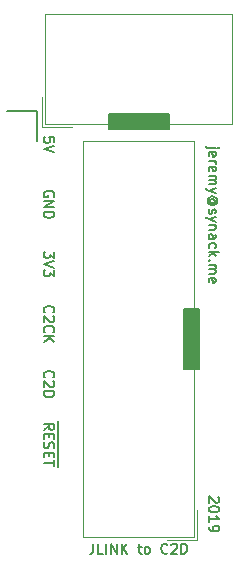
<source format=gto>
G04 #@! TF.GenerationSoftware,KiCad,Pcbnew,5.0.2+dfsg1-1*
G04 #@! TF.CreationDate,2019-05-16T22:01:56-07:00*
G04 #@! TF.ProjectId,jlink-c2d-adapter,6a6c696e-6b2d-4633-9264-2d6164617074,rev?*
G04 #@! TF.SameCoordinates,Original*
G04 #@! TF.FileFunction,Legend,Top*
G04 #@! TF.FilePolarity,Positive*
%FSLAX46Y46*%
G04 Gerber Fmt 4.6, Leading zero omitted, Abs format (unit mm)*
G04 Created by KiCad (PCBNEW 5.0.2+dfsg1-1) date Thu 16 May 2019 10:01:56 PM PDT*
%MOMM*%
%LPD*%
G01*
G04 APERTURE LIST*
%ADD10C,0.150000*%
%ADD11C,0.127000*%
%ADD12C,0.120000*%
G04 APERTURE END LIST*
D10*
G36*
X123190000Y-68580000D02*
X123190000Y-69850000D01*
X128270000Y-69850000D01*
X128270000Y-68580000D01*
X123190000Y-68580000D01*
G37*
X123190000Y-68580000D02*
X123190000Y-69850000D01*
X128270000Y-69850000D01*
X128270000Y-68580000D01*
X123190000Y-68580000D01*
D11*
X132464523Y-100981259D02*
X132505000Y-101021735D01*
X132545476Y-101102688D01*
X132545476Y-101305069D01*
X132505000Y-101386021D01*
X132464523Y-101426497D01*
X132383571Y-101466973D01*
X132302619Y-101466973D01*
X132181190Y-101426497D01*
X131695476Y-100940783D01*
X131695476Y-101466973D01*
X132545476Y-101993164D02*
X132545476Y-102074116D01*
X132505000Y-102155069D01*
X132464523Y-102195545D01*
X132383571Y-102236021D01*
X132221666Y-102276497D01*
X132019285Y-102276497D01*
X131857380Y-102236021D01*
X131776428Y-102195545D01*
X131735952Y-102155069D01*
X131695476Y-102074116D01*
X131695476Y-101993164D01*
X131735952Y-101912211D01*
X131776428Y-101871735D01*
X131857380Y-101831259D01*
X132019285Y-101790783D01*
X132221666Y-101790783D01*
X132383571Y-101831259D01*
X132464523Y-101871735D01*
X132505000Y-101912211D01*
X132545476Y-101993164D01*
X131695476Y-103086021D02*
X131695476Y-102600307D01*
X131695476Y-102843164D02*
X132545476Y-102843164D01*
X132424047Y-102762211D01*
X132343095Y-102681259D01*
X132302619Y-102600307D01*
X131695476Y-103490783D02*
X131695476Y-103652688D01*
X131735952Y-103733640D01*
X131776428Y-103774116D01*
X131897857Y-103855069D01*
X132059761Y-103895545D01*
X132383571Y-103895545D01*
X132464523Y-103855069D01*
X132505000Y-103814592D01*
X132545476Y-103733640D01*
X132545476Y-103571735D01*
X132505000Y-103490783D01*
X132464523Y-103450307D01*
X132383571Y-103409830D01*
X132181190Y-103409830D01*
X132100238Y-103450307D01*
X132059761Y-103490783D01*
X132019285Y-103571735D01*
X132019285Y-103733640D01*
X132059761Y-103814592D01*
X132100238Y-103855069D01*
X132181190Y-103895545D01*
X132262142Y-71404930D02*
X131533571Y-71404930D01*
X131452619Y-71364454D01*
X131412142Y-71283502D01*
X131412142Y-71243026D01*
X132545476Y-71404930D02*
X132505000Y-71364454D01*
X132464523Y-71404930D01*
X132505000Y-71445407D01*
X132545476Y-71404930D01*
X132464523Y-71404930D01*
X131735952Y-72133502D02*
X131695476Y-72052550D01*
X131695476Y-71890645D01*
X131735952Y-71809692D01*
X131816904Y-71769216D01*
X132140714Y-71769216D01*
X132221666Y-71809692D01*
X132262142Y-71890645D01*
X132262142Y-72052550D01*
X132221666Y-72133502D01*
X132140714Y-72173978D01*
X132059761Y-72173978D01*
X131978809Y-71769216D01*
X131695476Y-72538264D02*
X132262142Y-72538264D01*
X132100238Y-72538264D02*
X132181190Y-72578740D01*
X132221666Y-72619216D01*
X132262142Y-72700169D01*
X132262142Y-72781121D01*
X131735952Y-73388264D02*
X131695476Y-73307311D01*
X131695476Y-73145407D01*
X131735952Y-73064454D01*
X131816904Y-73023978D01*
X132140714Y-73023978D01*
X132221666Y-73064454D01*
X132262142Y-73145407D01*
X132262142Y-73307311D01*
X132221666Y-73388264D01*
X132140714Y-73428740D01*
X132059761Y-73428740D01*
X131978809Y-73023978D01*
X131695476Y-73793026D02*
X132262142Y-73793026D01*
X132181190Y-73793026D02*
X132221666Y-73833502D01*
X132262142Y-73914454D01*
X132262142Y-74035883D01*
X132221666Y-74116835D01*
X132140714Y-74157311D01*
X131695476Y-74157311D01*
X132140714Y-74157311D02*
X132221666Y-74197788D01*
X132262142Y-74278740D01*
X132262142Y-74400169D01*
X132221666Y-74481121D01*
X132140714Y-74521597D01*
X131695476Y-74521597D01*
X132262142Y-74845407D02*
X131695476Y-75047788D01*
X132262142Y-75250169D02*
X131695476Y-75047788D01*
X131493095Y-74966835D01*
X131452619Y-74926359D01*
X131412142Y-74845407D01*
X132100238Y-76100169D02*
X132140714Y-76059692D01*
X132181190Y-75978740D01*
X132181190Y-75897788D01*
X132140714Y-75816835D01*
X132100238Y-75776359D01*
X132019285Y-75735883D01*
X131938333Y-75735883D01*
X131857380Y-75776359D01*
X131816904Y-75816835D01*
X131776428Y-75897788D01*
X131776428Y-75978740D01*
X131816904Y-76059692D01*
X131857380Y-76100169D01*
X132181190Y-76100169D02*
X131857380Y-76100169D01*
X131816904Y-76140645D01*
X131816904Y-76181121D01*
X131857380Y-76262073D01*
X131938333Y-76302550D01*
X132140714Y-76302550D01*
X132262142Y-76221597D01*
X132343095Y-76100169D01*
X132383571Y-75938264D01*
X132343095Y-75776359D01*
X132262142Y-75654930D01*
X132140714Y-75573978D01*
X131978809Y-75533502D01*
X131816904Y-75573978D01*
X131695476Y-75654930D01*
X131614523Y-75776359D01*
X131574047Y-75938264D01*
X131614523Y-76100169D01*
X131695476Y-76221597D01*
X131735952Y-76626359D02*
X131695476Y-76707311D01*
X131695476Y-76869216D01*
X131735952Y-76950169D01*
X131816904Y-76990645D01*
X131857380Y-76990645D01*
X131938333Y-76950169D01*
X131978809Y-76869216D01*
X131978809Y-76747788D01*
X132019285Y-76666835D01*
X132100238Y-76626359D01*
X132140714Y-76626359D01*
X132221666Y-76666835D01*
X132262142Y-76747788D01*
X132262142Y-76869216D01*
X132221666Y-76950169D01*
X132262142Y-77273978D02*
X131695476Y-77476359D01*
X132262142Y-77678740D02*
X131695476Y-77476359D01*
X131493095Y-77395407D01*
X131452619Y-77354930D01*
X131412142Y-77273978D01*
X132262142Y-78002550D02*
X131695476Y-78002550D01*
X132181190Y-78002550D02*
X132221666Y-78043026D01*
X132262142Y-78123978D01*
X132262142Y-78245407D01*
X132221666Y-78326359D01*
X132140714Y-78366835D01*
X131695476Y-78366835D01*
X131695476Y-79135883D02*
X132140714Y-79135883D01*
X132221666Y-79095407D01*
X132262142Y-79014454D01*
X132262142Y-78852550D01*
X132221666Y-78771597D01*
X131735952Y-79135883D02*
X131695476Y-79054930D01*
X131695476Y-78852550D01*
X131735952Y-78771597D01*
X131816904Y-78731121D01*
X131897857Y-78731121D01*
X131978809Y-78771597D01*
X132019285Y-78852550D01*
X132019285Y-79054930D01*
X132059761Y-79135883D01*
X131735952Y-79904930D02*
X131695476Y-79823978D01*
X131695476Y-79662073D01*
X131735952Y-79581121D01*
X131776428Y-79540645D01*
X131857380Y-79500169D01*
X132100238Y-79500169D01*
X132181190Y-79540645D01*
X132221666Y-79581121D01*
X132262142Y-79662073D01*
X132262142Y-79823978D01*
X132221666Y-79904930D01*
X131695476Y-80269216D02*
X132545476Y-80269216D01*
X132019285Y-80350169D02*
X131695476Y-80593026D01*
X132262142Y-80593026D02*
X131938333Y-80269216D01*
X131776428Y-80957311D02*
X131735952Y-80997788D01*
X131695476Y-80957311D01*
X131735952Y-80916835D01*
X131776428Y-80957311D01*
X131695476Y-80957311D01*
X131695476Y-81362073D02*
X132262142Y-81362073D01*
X132181190Y-81362073D02*
X132221666Y-81402550D01*
X132262142Y-81483502D01*
X132262142Y-81604930D01*
X132221666Y-81685883D01*
X132140714Y-81726359D01*
X131695476Y-81726359D01*
X132140714Y-81726359D02*
X132221666Y-81766835D01*
X132262142Y-81847788D01*
X132262142Y-81969216D01*
X132221666Y-82050169D01*
X132140714Y-82090645D01*
X131695476Y-82090645D01*
X131735952Y-82819216D02*
X131695476Y-82738264D01*
X131695476Y-82576359D01*
X131735952Y-82495407D01*
X131816904Y-82454930D01*
X132140714Y-82454930D01*
X132221666Y-82495407D01*
X132262142Y-82576359D01*
X132262142Y-82738264D01*
X132221666Y-82819216D01*
X132140714Y-82859692D01*
X132059761Y-82859692D01*
X131978809Y-82454930D01*
D10*
G36*
X129540000Y-85090000D02*
X130810000Y-85090000D01*
X130810000Y-90170000D01*
X129540000Y-90170000D01*
X129540000Y-85090000D01*
G37*
X129540000Y-85090000D02*
X130810000Y-85090000D01*
X130810000Y-90170000D01*
X129540000Y-90170000D01*
X129540000Y-85090000D01*
D11*
X118887100Y-94597380D02*
X118887100Y-95447380D01*
X117725476Y-95285476D02*
X118130238Y-95002142D01*
X117725476Y-94799761D02*
X118575476Y-94799761D01*
X118575476Y-95123571D01*
X118535000Y-95204523D01*
X118494523Y-95245000D01*
X118413571Y-95285476D01*
X118292142Y-95285476D01*
X118211190Y-95245000D01*
X118170714Y-95204523D01*
X118130238Y-95123571D01*
X118130238Y-94799761D01*
X118887100Y-95447380D02*
X118887100Y-96216428D01*
X118170714Y-95649761D02*
X118170714Y-95933095D01*
X117725476Y-96054523D02*
X117725476Y-95649761D01*
X118575476Y-95649761D01*
X118575476Y-96054523D01*
X118887100Y-96216428D02*
X118887100Y-97025952D01*
X117765952Y-96378333D02*
X117725476Y-96499761D01*
X117725476Y-96702142D01*
X117765952Y-96783095D01*
X117806428Y-96823571D01*
X117887380Y-96864047D01*
X117968333Y-96864047D01*
X118049285Y-96823571D01*
X118089761Y-96783095D01*
X118130238Y-96702142D01*
X118170714Y-96540238D01*
X118211190Y-96459285D01*
X118251666Y-96418809D01*
X118332619Y-96378333D01*
X118413571Y-96378333D01*
X118494523Y-96418809D01*
X118535000Y-96459285D01*
X118575476Y-96540238D01*
X118575476Y-96742619D01*
X118535000Y-96864047D01*
X118887100Y-97025952D02*
X118887100Y-97795000D01*
X118170714Y-97228333D02*
X118170714Y-97511666D01*
X117725476Y-97633095D02*
X117725476Y-97228333D01*
X118575476Y-97228333D01*
X118575476Y-97633095D01*
X118887100Y-97795000D02*
X118887100Y-98442619D01*
X118575476Y-97875952D02*
X118575476Y-98361666D01*
X117725476Y-98118809D02*
X118575476Y-98118809D01*
X117806428Y-90873333D02*
X117765952Y-90832857D01*
X117725476Y-90711428D01*
X117725476Y-90630476D01*
X117765952Y-90509047D01*
X117846904Y-90428095D01*
X117927857Y-90387619D01*
X118089761Y-90347142D01*
X118211190Y-90347142D01*
X118373095Y-90387619D01*
X118454047Y-90428095D01*
X118535000Y-90509047D01*
X118575476Y-90630476D01*
X118575476Y-90711428D01*
X118535000Y-90832857D01*
X118494523Y-90873333D01*
X118494523Y-91197142D02*
X118535000Y-91237619D01*
X118575476Y-91318571D01*
X118575476Y-91520952D01*
X118535000Y-91601904D01*
X118494523Y-91642380D01*
X118413571Y-91682857D01*
X118332619Y-91682857D01*
X118211190Y-91642380D01*
X117725476Y-91156666D01*
X117725476Y-91682857D01*
X117725476Y-92047142D02*
X118575476Y-92047142D01*
X118575476Y-92249523D01*
X118535000Y-92370952D01*
X118454047Y-92451904D01*
X118373095Y-92492380D01*
X118211190Y-92532857D01*
X118089761Y-92532857D01*
X117927857Y-92492380D01*
X117846904Y-92451904D01*
X117765952Y-92370952D01*
X117725476Y-92249523D01*
X117725476Y-92047142D01*
X117806428Y-85368333D02*
X117765952Y-85327857D01*
X117725476Y-85206428D01*
X117725476Y-85125476D01*
X117765952Y-85004047D01*
X117846904Y-84923095D01*
X117927857Y-84882619D01*
X118089761Y-84842142D01*
X118211190Y-84842142D01*
X118373095Y-84882619D01*
X118454047Y-84923095D01*
X118535000Y-85004047D01*
X118575476Y-85125476D01*
X118575476Y-85206428D01*
X118535000Y-85327857D01*
X118494523Y-85368333D01*
X118494523Y-85692142D02*
X118535000Y-85732619D01*
X118575476Y-85813571D01*
X118575476Y-86015952D01*
X118535000Y-86096904D01*
X118494523Y-86137380D01*
X118413571Y-86177857D01*
X118332619Y-86177857D01*
X118211190Y-86137380D01*
X117725476Y-85651666D01*
X117725476Y-86177857D01*
X117806428Y-87027857D02*
X117765952Y-86987380D01*
X117725476Y-86865952D01*
X117725476Y-86785000D01*
X117765952Y-86663571D01*
X117846904Y-86582619D01*
X117927857Y-86542142D01*
X118089761Y-86501666D01*
X118211190Y-86501666D01*
X118373095Y-86542142D01*
X118454047Y-86582619D01*
X118535000Y-86663571D01*
X118575476Y-86785000D01*
X118575476Y-86865952D01*
X118535000Y-86987380D01*
X118494523Y-87027857D01*
X117725476Y-87392142D02*
X118575476Y-87392142D01*
X117725476Y-87877857D02*
X118211190Y-87513571D01*
X118575476Y-87877857D02*
X118089761Y-87392142D01*
X118575476Y-80227619D02*
X118575476Y-80753809D01*
X118251666Y-80470476D01*
X118251666Y-80591904D01*
X118211190Y-80672857D01*
X118170714Y-80713333D01*
X118089761Y-80753809D01*
X117887380Y-80753809D01*
X117806428Y-80713333D01*
X117765952Y-80672857D01*
X117725476Y-80591904D01*
X117725476Y-80349047D01*
X117765952Y-80268095D01*
X117806428Y-80227619D01*
X118575476Y-80996666D02*
X117725476Y-81280000D01*
X118575476Y-81563333D01*
X118575476Y-81765714D02*
X118575476Y-82291904D01*
X118251666Y-82008571D01*
X118251666Y-82130000D01*
X118211190Y-82210952D01*
X118170714Y-82251428D01*
X118089761Y-82291904D01*
X117887380Y-82291904D01*
X117806428Y-82251428D01*
X117765952Y-82210952D01*
X117725476Y-82130000D01*
X117725476Y-81887142D01*
X117765952Y-81806190D01*
X117806428Y-81765714D01*
X118535000Y-75552380D02*
X118575476Y-75471428D01*
X118575476Y-75350000D01*
X118535000Y-75228571D01*
X118454047Y-75147619D01*
X118373095Y-75107142D01*
X118211190Y-75066666D01*
X118089761Y-75066666D01*
X117927857Y-75107142D01*
X117846904Y-75147619D01*
X117765952Y-75228571D01*
X117725476Y-75350000D01*
X117725476Y-75430952D01*
X117765952Y-75552380D01*
X117806428Y-75592857D01*
X118089761Y-75592857D01*
X118089761Y-75430952D01*
X117725476Y-75957142D02*
X118575476Y-75957142D01*
X117725476Y-76442857D01*
X118575476Y-76442857D01*
X117725476Y-76847619D02*
X118575476Y-76847619D01*
X118575476Y-77050000D01*
X118535000Y-77171428D01*
X118454047Y-77252380D01*
X118373095Y-77292857D01*
X118211190Y-77333333D01*
X118089761Y-77333333D01*
X117927857Y-77292857D01*
X117846904Y-77252380D01*
X117765952Y-77171428D01*
X117725476Y-77050000D01*
X117725476Y-76847619D01*
X121905000Y-104944523D02*
X121905000Y-105551666D01*
X121864523Y-105673095D01*
X121783571Y-105754047D01*
X121662142Y-105794523D01*
X121581190Y-105794523D01*
X122714523Y-105794523D02*
X122309761Y-105794523D01*
X122309761Y-104944523D01*
X122997857Y-105794523D02*
X122997857Y-104944523D01*
X123402619Y-105794523D02*
X123402619Y-104944523D01*
X123888333Y-105794523D01*
X123888333Y-104944523D01*
X124293095Y-105794523D02*
X124293095Y-104944523D01*
X124778809Y-105794523D02*
X124414523Y-105308809D01*
X124778809Y-104944523D02*
X124293095Y-105430238D01*
X125669285Y-105227857D02*
X125993095Y-105227857D01*
X125790714Y-104944523D02*
X125790714Y-105673095D01*
X125831190Y-105754047D01*
X125912142Y-105794523D01*
X125993095Y-105794523D01*
X126397857Y-105794523D02*
X126316904Y-105754047D01*
X126276428Y-105713571D01*
X126235952Y-105632619D01*
X126235952Y-105389761D01*
X126276428Y-105308809D01*
X126316904Y-105268333D01*
X126397857Y-105227857D01*
X126519285Y-105227857D01*
X126600238Y-105268333D01*
X126640714Y-105308809D01*
X126681190Y-105389761D01*
X126681190Y-105632619D01*
X126640714Y-105713571D01*
X126600238Y-105754047D01*
X126519285Y-105794523D01*
X126397857Y-105794523D01*
X128178809Y-105713571D02*
X128138333Y-105754047D01*
X128016904Y-105794523D01*
X127935952Y-105794523D01*
X127814523Y-105754047D01*
X127733571Y-105673095D01*
X127693095Y-105592142D01*
X127652619Y-105430238D01*
X127652619Y-105308809D01*
X127693095Y-105146904D01*
X127733571Y-105065952D01*
X127814523Y-104985000D01*
X127935952Y-104944523D01*
X128016904Y-104944523D01*
X128138333Y-104985000D01*
X128178809Y-105025476D01*
X128502619Y-105025476D02*
X128543095Y-104985000D01*
X128624047Y-104944523D01*
X128826428Y-104944523D01*
X128907380Y-104985000D01*
X128947857Y-105025476D01*
X128988333Y-105106428D01*
X128988333Y-105187380D01*
X128947857Y-105308809D01*
X128462142Y-105794523D01*
X128988333Y-105794523D01*
X129352619Y-105794523D02*
X129352619Y-104944523D01*
X129555000Y-104944523D01*
X129676428Y-104985000D01*
X129757380Y-105065952D01*
X129797857Y-105146904D01*
X129838333Y-105308809D01*
X129838333Y-105430238D01*
X129797857Y-105592142D01*
X129757380Y-105673095D01*
X129676428Y-105754047D01*
X129555000Y-105794523D01*
X129352619Y-105794523D01*
X118575476Y-70958095D02*
X118575476Y-70553333D01*
X118170714Y-70512857D01*
X118211190Y-70553333D01*
X118251666Y-70634285D01*
X118251666Y-70836666D01*
X118211190Y-70917619D01*
X118170714Y-70958095D01*
X118089761Y-70998571D01*
X117887380Y-70998571D01*
X117806428Y-70958095D01*
X117765952Y-70917619D01*
X117725476Y-70836666D01*
X117725476Y-70634285D01*
X117765952Y-70553333D01*
X117806428Y-70512857D01*
X118575476Y-71241428D02*
X117725476Y-71524761D01*
X118575476Y-71808095D01*
D10*
G04 #@! TO.C,J4*
X117094000Y-68326000D02*
X114554000Y-68326000D01*
X117094000Y-68326000D02*
X117094000Y-70866000D01*
D12*
G04 #@! TO.C,J1*
X121055000Y-104410000D02*
X121055000Y-70850000D01*
X121055000Y-70850000D02*
X130405000Y-70850000D01*
X130405000Y-70850000D02*
X130405000Y-104410000D01*
X130405000Y-104410000D02*
X121055000Y-104410000D01*
X130655000Y-104660000D02*
X130655000Y-102120000D01*
X130655000Y-104660000D02*
X128115000Y-104660000D01*
G04 #@! TO.C,J2*
X117840000Y-60095000D02*
X133620000Y-60095000D01*
X133620000Y-60095000D02*
X133620000Y-69445000D01*
X133620000Y-69445000D02*
X117840000Y-69445000D01*
X117840000Y-69445000D02*
X117840000Y-60095000D01*
X117590000Y-69695000D02*
X120130000Y-69695000D01*
X117590000Y-69695000D02*
X117590000Y-67155000D01*
G04 #@! TD*
M02*

</source>
